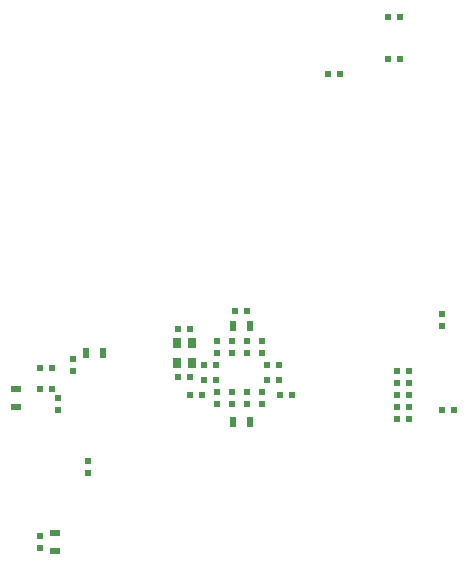
<source format=gbp>
G04 This is an RS-274x file exported by *
G04 gerbv version 2.4.0 *
G04 More information is available about gerbv at *
G04 http://gerbv.gpleda.org/ *
G04 --End of header info--*
%MOIN*%
%FSLAX23Y23*%
%IPPOS*%
G04 --Define apertures--*
%ADD10C,0.0010*%
%ADD11R,0.0236X0.0197*%
%ADD12R,0.0197X0.0236*%
%ADD13R,0.0354X0.0236*%
%ADD14R,0.0236X0.0354*%
%ADD15C,0.1500*%
%ADD16R,0.0315X0.0354*%
G04 --Start main section--*
G54D11*
G01X00050Y-1530D03*
G01X00050Y-1570D03*
G01X00210Y-1320D03*
G01X00210Y-1280D03*
G54D12*
G01X01210Y00200D03*
G01X01250Y00200D03*
G01X01050Y00010D03*
G01X01010Y00010D03*
G54D11*
G01X00690Y-0920D03*
G01X00690Y-0880D03*
G54D12*
G01X00635Y-0960D03*
G01X00595Y-0960D03*
G01X00700Y-0780D03*
G01X00740Y-0780D03*
G54D11*
G01X00160Y-0980D03*
G01X00160Y-0940D03*
G01X00110Y-1070D03*
G01X00110Y-1110D03*
G54D12*
G01X00090Y-0970D03*
G01X00050Y-0970D03*
G01X01280Y-0980D03*
G01X01240Y-0980D03*
G01X01240Y-1100D03*
G01X01280Y-1100D03*
G01X01390Y-1110D03*
G01X01430Y-1110D03*
G01X01280Y-1140D03*
G01X01240Y-1140D03*
G54D11*
G01X01390Y-0830D03*
G01X01390Y-0790D03*
G54D12*
G01X01280Y-1060D03*
G01X01240Y-1060D03*
G01X00550Y-1000D03*
G01X00510Y-1000D03*
G01X00550Y-0840D03*
G01X00510Y-0840D03*
G01X00090Y-1040D03*
G01X00050Y-1040D03*
G54D11*
G01X00740Y-0920D03*
G01X00740Y-0880D03*
G01X00790Y-0920D03*
G01X00790Y-0880D03*
G01X00640Y-0920D03*
G01X00640Y-0880D03*
G01X00790Y-1050D03*
G01X00790Y-1090D03*
G54D12*
G01X00890Y-1060D03*
G01X00850Y-1060D03*
G01X00550Y-1060D03*
G01X00590Y-1060D03*
G54D11*
G01X00740Y-1050D03*
G01X00740Y-1090D03*
G01X00690Y-1050D03*
G01X00690Y-1090D03*
G01X00640Y-1050D03*
G01X00640Y-1090D03*
G54D12*
G01X00805Y-1010D03*
G01X00845Y-1010D03*
G01X00635Y-1010D03*
G01X00595Y-1010D03*
G01X01240Y-1020D03*
G01X01280Y-1020D03*
G01X00805Y-0960D03*
G01X00845Y-0960D03*
G54D13*
G01X00100Y-1579D03*
G01X00100Y-1520D03*
G54D14*
G01X00750Y-0830D03*
G01X00691Y-0830D03*
G01X00201Y-0920D03*
G01X00260Y-0920D03*
G54D13*
G01X-0030Y-1040D03*
G01X-0030Y-1099D03*
G54D14*
G01X00691Y-1150D03*
G01X00750Y-1150D03*
G54D16*
G01X00505Y-0952D03*
G01X00505Y-0887D03*
G01X00555Y-0887D03*
G01X00555Y-0952D03*
G54D12*
G01X01210Y00060D03*
G01X01250Y00060D03*
M02*

</source>
